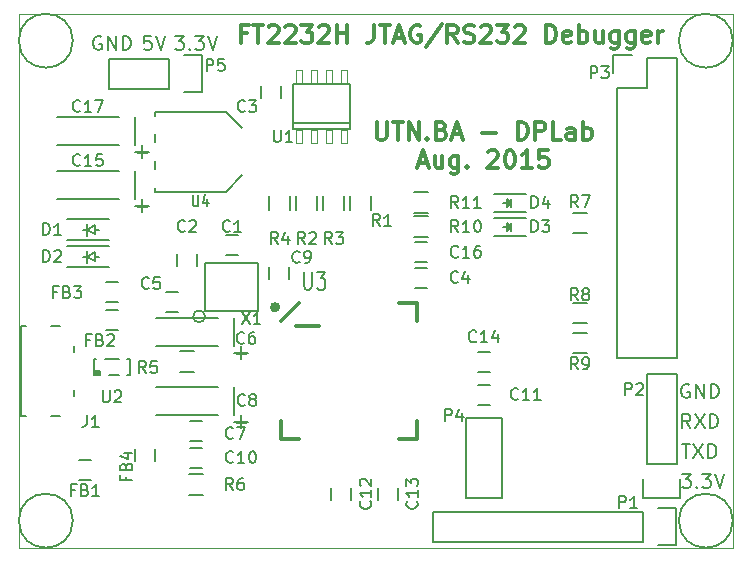
<source format=gbr>
G04 #@! TF.FileFunction,Legend,Top*
%FSLAX46Y46*%
G04 Gerber Fmt 4.6, Leading zero omitted, Abs format (unit mm)*
G04 Created by KiCad (PCBNEW (2015-01-17 BZR 5377)-product) date Fri 28 Aug 2015 03:12:13 PM ART*
%MOMM*%
G01*
G04 APERTURE LIST*
%ADD10C,0.100000*%
%ADD11C,0.200000*%
%ADD12C,0.300000*%
%ADD13C,0.150000*%
%ADD14C,0.177800*%
%ADD15C,0.203200*%
%ADD16C,0.066040*%
%ADD17C,0.152400*%
%ADD18C,0.304800*%
%ADD19C,0.508000*%
G04 APERTURE END LIST*
D10*
D11*
X83921715Y-80426000D02*
X83807429Y-80368857D01*
X83636000Y-80368857D01*
X83464572Y-80426000D01*
X83350286Y-80540286D01*
X83293143Y-80654571D01*
X83236000Y-80883143D01*
X83236000Y-81054571D01*
X83293143Y-81283143D01*
X83350286Y-81397429D01*
X83464572Y-81511714D01*
X83636000Y-81568857D01*
X83750286Y-81568857D01*
X83921715Y-81511714D01*
X83978858Y-81454571D01*
X83978858Y-81054571D01*
X83750286Y-81054571D01*
X84493143Y-81568857D02*
X84493143Y-80368857D01*
X85178858Y-81568857D01*
X85178858Y-80368857D01*
X85750286Y-81568857D02*
X85750286Y-80368857D01*
X86036001Y-80368857D01*
X86207429Y-80426000D01*
X86321715Y-80540286D01*
X86378858Y-80654571D01*
X86436001Y-80883143D01*
X86436001Y-81054571D01*
X86378858Y-81283143D01*
X86321715Y-81397429D01*
X86207429Y-81511714D01*
X86036001Y-81568857D01*
X85750286Y-81568857D01*
X88163429Y-80368857D02*
X87592000Y-80368857D01*
X87534857Y-80940286D01*
X87592000Y-80883143D01*
X87706286Y-80826000D01*
X87992000Y-80826000D01*
X88106286Y-80883143D01*
X88163429Y-80940286D01*
X88220572Y-81054571D01*
X88220572Y-81340286D01*
X88163429Y-81454571D01*
X88106286Y-81511714D01*
X87992000Y-81568857D01*
X87706286Y-81568857D01*
X87592000Y-81511714D01*
X87534857Y-81454571D01*
X88563429Y-80368857D02*
X88963429Y-81568857D01*
X89363429Y-80368857D01*
X90176572Y-80368857D02*
X90919429Y-80368857D01*
X90519429Y-80826000D01*
X90690857Y-80826000D01*
X90805143Y-80883143D01*
X90862286Y-80940286D01*
X90919429Y-81054571D01*
X90919429Y-81340286D01*
X90862286Y-81454571D01*
X90805143Y-81511714D01*
X90690857Y-81568857D01*
X90348000Y-81568857D01*
X90233714Y-81511714D01*
X90176572Y-81454571D01*
X91433714Y-81454571D02*
X91490857Y-81511714D01*
X91433714Y-81568857D01*
X91376571Y-81511714D01*
X91433714Y-81454571D01*
X91433714Y-81568857D01*
X91890858Y-80368857D02*
X92633715Y-80368857D01*
X92233715Y-80826000D01*
X92405143Y-80826000D01*
X92519429Y-80883143D01*
X92576572Y-80940286D01*
X92633715Y-81054571D01*
X92633715Y-81340286D01*
X92576572Y-81454571D01*
X92519429Y-81511714D01*
X92405143Y-81568857D01*
X92062286Y-81568857D01*
X91948000Y-81511714D01*
X91890858Y-81454571D01*
X92976572Y-80368857D02*
X93376572Y-81568857D01*
X93776572Y-80368857D01*
X133820001Y-113572857D02*
X133420001Y-113001429D01*
X133134286Y-113572857D02*
X133134286Y-112372857D01*
X133591429Y-112372857D01*
X133705715Y-112430000D01*
X133762858Y-112487143D01*
X133820001Y-112601429D01*
X133820001Y-112772857D01*
X133762858Y-112887143D01*
X133705715Y-112944286D01*
X133591429Y-113001429D01*
X133134286Y-113001429D01*
X134220001Y-112372857D02*
X135020001Y-113572857D01*
X135020001Y-112372857D02*
X134220001Y-113572857D01*
X135477143Y-113572857D02*
X135477143Y-112372857D01*
X135762858Y-112372857D01*
X135934286Y-112430000D01*
X136048572Y-112544286D01*
X136105715Y-112658571D01*
X136162858Y-112887143D01*
X136162858Y-113058571D01*
X136105715Y-113287143D01*
X136048572Y-113401429D01*
X135934286Y-113515714D01*
X135762858Y-113572857D01*
X135477143Y-113572857D01*
X133105715Y-114912857D02*
X133791429Y-114912857D01*
X133448572Y-116112857D02*
X133448572Y-114912857D01*
X134077144Y-114912857D02*
X134877144Y-116112857D01*
X134877144Y-114912857D02*
X134077144Y-116112857D01*
X135334286Y-116112857D02*
X135334286Y-114912857D01*
X135620001Y-114912857D01*
X135791429Y-114970000D01*
X135905715Y-115084286D01*
X135962858Y-115198571D01*
X136020001Y-115427143D01*
X136020001Y-115598571D01*
X135962858Y-115827143D01*
X135905715Y-115941429D01*
X135791429Y-116055714D01*
X135620001Y-116112857D01*
X135334286Y-116112857D01*
X133102572Y-117452857D02*
X133845429Y-117452857D01*
X133445429Y-117910000D01*
X133616857Y-117910000D01*
X133731143Y-117967143D01*
X133788286Y-118024286D01*
X133845429Y-118138571D01*
X133845429Y-118424286D01*
X133788286Y-118538571D01*
X133731143Y-118595714D01*
X133616857Y-118652857D01*
X133274000Y-118652857D01*
X133159714Y-118595714D01*
X133102572Y-118538571D01*
X134359714Y-118538571D02*
X134416857Y-118595714D01*
X134359714Y-118652857D01*
X134302571Y-118595714D01*
X134359714Y-118538571D01*
X134359714Y-118652857D01*
X134816858Y-117452857D02*
X135559715Y-117452857D01*
X135159715Y-117910000D01*
X135331143Y-117910000D01*
X135445429Y-117967143D01*
X135502572Y-118024286D01*
X135559715Y-118138571D01*
X135559715Y-118424286D01*
X135502572Y-118538571D01*
X135445429Y-118595714D01*
X135331143Y-118652857D01*
X134988286Y-118652857D01*
X134874000Y-118595714D01*
X134816858Y-118538571D01*
X135902572Y-117452857D02*
X136302572Y-118652857D01*
X136702572Y-117452857D01*
X133705715Y-109890000D02*
X133591429Y-109832857D01*
X133420000Y-109832857D01*
X133248572Y-109890000D01*
X133134286Y-110004286D01*
X133077143Y-110118571D01*
X133020000Y-110347143D01*
X133020000Y-110518571D01*
X133077143Y-110747143D01*
X133134286Y-110861429D01*
X133248572Y-110975714D01*
X133420000Y-111032857D01*
X133534286Y-111032857D01*
X133705715Y-110975714D01*
X133762858Y-110918571D01*
X133762858Y-110518571D01*
X133534286Y-110518571D01*
X134277143Y-111032857D02*
X134277143Y-109832857D01*
X134962858Y-111032857D01*
X134962858Y-109832857D01*
X135534286Y-111032857D02*
X135534286Y-109832857D01*
X135820001Y-109832857D01*
X135991429Y-109890000D01*
X136105715Y-110004286D01*
X136162858Y-110118571D01*
X136220001Y-110347143D01*
X136220001Y-110518571D01*
X136162858Y-110747143D01*
X136105715Y-110861429D01*
X135991429Y-110975714D01*
X135820001Y-111032857D01*
X135534286Y-111032857D01*
D12*
X96252288Y-80156857D02*
X95752288Y-80156857D01*
X95752288Y-80942571D02*
X95752288Y-79442571D01*
X96466574Y-79442571D01*
X96823716Y-79442571D02*
X97680859Y-79442571D01*
X97252288Y-80942571D02*
X97252288Y-79442571D01*
X98109430Y-79585429D02*
X98180859Y-79514000D01*
X98323716Y-79442571D01*
X98680859Y-79442571D01*
X98823716Y-79514000D01*
X98895145Y-79585429D01*
X98966573Y-79728286D01*
X98966573Y-79871143D01*
X98895145Y-80085429D01*
X98038002Y-80942571D01*
X98966573Y-80942571D01*
X99538001Y-79585429D02*
X99609430Y-79514000D01*
X99752287Y-79442571D01*
X100109430Y-79442571D01*
X100252287Y-79514000D01*
X100323716Y-79585429D01*
X100395144Y-79728286D01*
X100395144Y-79871143D01*
X100323716Y-80085429D01*
X99466573Y-80942571D01*
X100395144Y-80942571D01*
X100895144Y-79442571D02*
X101823715Y-79442571D01*
X101323715Y-80014000D01*
X101538001Y-80014000D01*
X101680858Y-80085429D01*
X101752287Y-80156857D01*
X101823715Y-80299714D01*
X101823715Y-80656857D01*
X101752287Y-80799714D01*
X101680858Y-80871143D01*
X101538001Y-80942571D01*
X101109429Y-80942571D01*
X100966572Y-80871143D01*
X100895144Y-80799714D01*
X102395143Y-79585429D02*
X102466572Y-79514000D01*
X102609429Y-79442571D01*
X102966572Y-79442571D01*
X103109429Y-79514000D01*
X103180858Y-79585429D01*
X103252286Y-79728286D01*
X103252286Y-79871143D01*
X103180858Y-80085429D01*
X102323715Y-80942571D01*
X103252286Y-80942571D01*
X103895143Y-80942571D02*
X103895143Y-79442571D01*
X103895143Y-80156857D02*
X104752286Y-80156857D01*
X104752286Y-80942571D02*
X104752286Y-79442571D01*
X107038000Y-79442571D02*
X107038000Y-80514000D01*
X106966572Y-80728286D01*
X106823715Y-80871143D01*
X106609429Y-80942571D01*
X106466572Y-80942571D01*
X107538000Y-79442571D02*
X108395143Y-79442571D01*
X107966572Y-80942571D02*
X107966572Y-79442571D01*
X108823714Y-80514000D02*
X109538000Y-80514000D01*
X108680857Y-80942571D02*
X109180857Y-79442571D01*
X109680857Y-80942571D01*
X110966571Y-79514000D02*
X110823714Y-79442571D01*
X110609428Y-79442571D01*
X110395143Y-79514000D01*
X110252285Y-79656857D01*
X110180857Y-79799714D01*
X110109428Y-80085429D01*
X110109428Y-80299714D01*
X110180857Y-80585429D01*
X110252285Y-80728286D01*
X110395143Y-80871143D01*
X110609428Y-80942571D01*
X110752285Y-80942571D01*
X110966571Y-80871143D01*
X111038000Y-80799714D01*
X111038000Y-80299714D01*
X110752285Y-80299714D01*
X112752285Y-79371143D02*
X111466571Y-81299714D01*
X114109429Y-80942571D02*
X113609429Y-80228286D01*
X113252286Y-80942571D02*
X113252286Y-79442571D01*
X113823714Y-79442571D01*
X113966572Y-79514000D01*
X114038000Y-79585429D01*
X114109429Y-79728286D01*
X114109429Y-79942571D01*
X114038000Y-80085429D01*
X113966572Y-80156857D01*
X113823714Y-80228286D01*
X113252286Y-80228286D01*
X114680857Y-80871143D02*
X114895143Y-80942571D01*
X115252286Y-80942571D01*
X115395143Y-80871143D01*
X115466572Y-80799714D01*
X115538000Y-80656857D01*
X115538000Y-80514000D01*
X115466572Y-80371143D01*
X115395143Y-80299714D01*
X115252286Y-80228286D01*
X114966572Y-80156857D01*
X114823714Y-80085429D01*
X114752286Y-80014000D01*
X114680857Y-79871143D01*
X114680857Y-79728286D01*
X114752286Y-79585429D01*
X114823714Y-79514000D01*
X114966572Y-79442571D01*
X115323714Y-79442571D01*
X115538000Y-79514000D01*
X116109428Y-79585429D02*
X116180857Y-79514000D01*
X116323714Y-79442571D01*
X116680857Y-79442571D01*
X116823714Y-79514000D01*
X116895143Y-79585429D01*
X116966571Y-79728286D01*
X116966571Y-79871143D01*
X116895143Y-80085429D01*
X116038000Y-80942571D01*
X116966571Y-80942571D01*
X117466571Y-79442571D02*
X118395142Y-79442571D01*
X117895142Y-80014000D01*
X118109428Y-80014000D01*
X118252285Y-80085429D01*
X118323714Y-80156857D01*
X118395142Y-80299714D01*
X118395142Y-80656857D01*
X118323714Y-80799714D01*
X118252285Y-80871143D01*
X118109428Y-80942571D01*
X117680856Y-80942571D01*
X117537999Y-80871143D01*
X117466571Y-80799714D01*
X118966570Y-79585429D02*
X119037999Y-79514000D01*
X119180856Y-79442571D01*
X119537999Y-79442571D01*
X119680856Y-79514000D01*
X119752285Y-79585429D01*
X119823713Y-79728286D01*
X119823713Y-79871143D01*
X119752285Y-80085429D01*
X118895142Y-80942571D01*
X119823713Y-80942571D01*
X121609427Y-80942571D02*
X121609427Y-79442571D01*
X121966570Y-79442571D01*
X122180855Y-79514000D01*
X122323713Y-79656857D01*
X122395141Y-79799714D01*
X122466570Y-80085429D01*
X122466570Y-80299714D01*
X122395141Y-80585429D01*
X122323713Y-80728286D01*
X122180855Y-80871143D01*
X121966570Y-80942571D01*
X121609427Y-80942571D01*
X123680855Y-80871143D02*
X123537998Y-80942571D01*
X123252284Y-80942571D01*
X123109427Y-80871143D01*
X123037998Y-80728286D01*
X123037998Y-80156857D01*
X123109427Y-80014000D01*
X123252284Y-79942571D01*
X123537998Y-79942571D01*
X123680855Y-80014000D01*
X123752284Y-80156857D01*
X123752284Y-80299714D01*
X123037998Y-80442571D01*
X124395141Y-80942571D02*
X124395141Y-79442571D01*
X124395141Y-80014000D02*
X124537998Y-79942571D01*
X124823712Y-79942571D01*
X124966569Y-80014000D01*
X125037998Y-80085429D01*
X125109427Y-80228286D01*
X125109427Y-80656857D01*
X125037998Y-80799714D01*
X124966569Y-80871143D01*
X124823712Y-80942571D01*
X124537998Y-80942571D01*
X124395141Y-80871143D01*
X126395141Y-79942571D02*
X126395141Y-80942571D01*
X125752284Y-79942571D02*
X125752284Y-80728286D01*
X125823712Y-80871143D01*
X125966570Y-80942571D01*
X126180855Y-80942571D01*
X126323712Y-80871143D01*
X126395141Y-80799714D01*
X127752284Y-79942571D02*
X127752284Y-81156857D01*
X127680855Y-81299714D01*
X127609427Y-81371143D01*
X127466570Y-81442571D01*
X127252284Y-81442571D01*
X127109427Y-81371143D01*
X127752284Y-80871143D02*
X127609427Y-80942571D01*
X127323713Y-80942571D01*
X127180855Y-80871143D01*
X127109427Y-80799714D01*
X127037998Y-80656857D01*
X127037998Y-80228286D01*
X127109427Y-80085429D01*
X127180855Y-80014000D01*
X127323713Y-79942571D01*
X127609427Y-79942571D01*
X127752284Y-80014000D01*
X129109427Y-79942571D02*
X129109427Y-81156857D01*
X129037998Y-81299714D01*
X128966570Y-81371143D01*
X128823713Y-81442571D01*
X128609427Y-81442571D01*
X128466570Y-81371143D01*
X129109427Y-80871143D02*
X128966570Y-80942571D01*
X128680856Y-80942571D01*
X128537998Y-80871143D01*
X128466570Y-80799714D01*
X128395141Y-80656857D01*
X128395141Y-80228286D01*
X128466570Y-80085429D01*
X128537998Y-80014000D01*
X128680856Y-79942571D01*
X128966570Y-79942571D01*
X129109427Y-80014000D01*
X130395141Y-80871143D02*
X130252284Y-80942571D01*
X129966570Y-80942571D01*
X129823713Y-80871143D01*
X129752284Y-80728286D01*
X129752284Y-80156857D01*
X129823713Y-80014000D01*
X129966570Y-79942571D01*
X130252284Y-79942571D01*
X130395141Y-80014000D01*
X130466570Y-80156857D01*
X130466570Y-80299714D01*
X129752284Y-80442571D01*
X131109427Y-80942571D02*
X131109427Y-79942571D01*
X131109427Y-80228286D02*
X131180855Y-80085429D01*
X131252284Y-80014000D01*
X131395141Y-79942571D01*
X131537998Y-79942571D01*
X107260571Y-87640571D02*
X107260571Y-88854857D01*
X107331999Y-88997714D01*
X107403428Y-89069143D01*
X107546285Y-89140571D01*
X107831999Y-89140571D01*
X107974857Y-89069143D01*
X108046285Y-88997714D01*
X108117714Y-88854857D01*
X108117714Y-87640571D01*
X108617714Y-87640571D02*
X109474857Y-87640571D01*
X109046286Y-89140571D02*
X109046286Y-87640571D01*
X109974857Y-89140571D02*
X109974857Y-87640571D01*
X110832000Y-89140571D01*
X110832000Y-87640571D01*
X111546286Y-88997714D02*
X111617714Y-89069143D01*
X111546286Y-89140571D01*
X111474857Y-89069143D01*
X111546286Y-88997714D01*
X111546286Y-89140571D01*
X112760572Y-88354857D02*
X112974858Y-88426286D01*
X113046286Y-88497714D01*
X113117715Y-88640571D01*
X113117715Y-88854857D01*
X113046286Y-88997714D01*
X112974858Y-89069143D01*
X112832000Y-89140571D01*
X112260572Y-89140571D01*
X112260572Y-87640571D01*
X112760572Y-87640571D01*
X112903429Y-87712000D01*
X112974858Y-87783429D01*
X113046286Y-87926286D01*
X113046286Y-88069143D01*
X112974858Y-88212000D01*
X112903429Y-88283429D01*
X112760572Y-88354857D01*
X112260572Y-88354857D01*
X113689143Y-88712000D02*
X114403429Y-88712000D01*
X113546286Y-89140571D02*
X114046286Y-87640571D01*
X114546286Y-89140571D01*
X116189143Y-88569143D02*
X117332000Y-88569143D01*
X119189143Y-89140571D02*
X119189143Y-87640571D01*
X119546286Y-87640571D01*
X119760571Y-87712000D01*
X119903429Y-87854857D01*
X119974857Y-87997714D01*
X120046286Y-88283429D01*
X120046286Y-88497714D01*
X119974857Y-88783429D01*
X119903429Y-88926286D01*
X119760571Y-89069143D01*
X119546286Y-89140571D01*
X119189143Y-89140571D01*
X120689143Y-89140571D02*
X120689143Y-87640571D01*
X121260571Y-87640571D01*
X121403429Y-87712000D01*
X121474857Y-87783429D01*
X121546286Y-87926286D01*
X121546286Y-88140571D01*
X121474857Y-88283429D01*
X121403429Y-88354857D01*
X121260571Y-88426286D01*
X120689143Y-88426286D01*
X122903429Y-89140571D02*
X122189143Y-89140571D01*
X122189143Y-87640571D01*
X124046286Y-89140571D02*
X124046286Y-88354857D01*
X123974857Y-88212000D01*
X123832000Y-88140571D01*
X123546286Y-88140571D01*
X123403429Y-88212000D01*
X124046286Y-89069143D02*
X123903429Y-89140571D01*
X123546286Y-89140571D01*
X123403429Y-89069143D01*
X123332000Y-88926286D01*
X123332000Y-88783429D01*
X123403429Y-88640571D01*
X123546286Y-88569143D01*
X123903429Y-88569143D01*
X124046286Y-88497714D01*
X124760572Y-89140571D02*
X124760572Y-87640571D01*
X124760572Y-88212000D02*
X124903429Y-88140571D01*
X125189143Y-88140571D01*
X125332000Y-88212000D01*
X125403429Y-88283429D01*
X125474858Y-88426286D01*
X125474858Y-88854857D01*
X125403429Y-88997714D01*
X125332000Y-89069143D01*
X125189143Y-89140571D01*
X124903429Y-89140571D01*
X124760572Y-89069143D01*
X110832001Y-91112000D02*
X111546287Y-91112000D01*
X110689144Y-91540571D02*
X111189144Y-90040571D01*
X111689144Y-91540571D01*
X112832001Y-90540571D02*
X112832001Y-91540571D01*
X112189144Y-90540571D02*
X112189144Y-91326286D01*
X112260572Y-91469143D01*
X112403430Y-91540571D01*
X112617715Y-91540571D01*
X112760572Y-91469143D01*
X112832001Y-91397714D01*
X114189144Y-90540571D02*
X114189144Y-91754857D01*
X114117715Y-91897714D01*
X114046287Y-91969143D01*
X113903430Y-92040571D01*
X113689144Y-92040571D01*
X113546287Y-91969143D01*
X114189144Y-91469143D02*
X114046287Y-91540571D01*
X113760573Y-91540571D01*
X113617715Y-91469143D01*
X113546287Y-91397714D01*
X113474858Y-91254857D01*
X113474858Y-90826286D01*
X113546287Y-90683429D01*
X113617715Y-90612000D01*
X113760573Y-90540571D01*
X114046287Y-90540571D01*
X114189144Y-90612000D01*
X114903430Y-91397714D02*
X114974858Y-91469143D01*
X114903430Y-91540571D01*
X114832001Y-91469143D01*
X114903430Y-91397714D01*
X114903430Y-91540571D01*
X116689144Y-90183429D02*
X116760573Y-90112000D01*
X116903430Y-90040571D01*
X117260573Y-90040571D01*
X117403430Y-90112000D01*
X117474859Y-90183429D01*
X117546287Y-90326286D01*
X117546287Y-90469143D01*
X117474859Y-90683429D01*
X116617716Y-91540571D01*
X117546287Y-91540571D01*
X118474858Y-90040571D02*
X118617715Y-90040571D01*
X118760572Y-90112000D01*
X118832001Y-90183429D01*
X118903430Y-90326286D01*
X118974858Y-90612000D01*
X118974858Y-90969143D01*
X118903430Y-91254857D01*
X118832001Y-91397714D01*
X118760572Y-91469143D01*
X118617715Y-91540571D01*
X118474858Y-91540571D01*
X118332001Y-91469143D01*
X118260572Y-91397714D01*
X118189144Y-91254857D01*
X118117715Y-90969143D01*
X118117715Y-90612000D01*
X118189144Y-90326286D01*
X118260572Y-90183429D01*
X118332001Y-90112000D01*
X118474858Y-90040571D01*
X120403429Y-91540571D02*
X119546286Y-91540571D01*
X119974858Y-91540571D02*
X119974858Y-90040571D01*
X119832001Y-90254857D01*
X119689143Y-90397714D01*
X119546286Y-90469143D01*
X121760572Y-90040571D02*
X121046286Y-90040571D01*
X120974857Y-90754857D01*
X121046286Y-90683429D01*
X121189143Y-90612000D01*
X121546286Y-90612000D01*
X121689143Y-90683429D01*
X121760572Y-90754857D01*
X121832000Y-90897714D01*
X121832000Y-91254857D01*
X121760572Y-91397714D01*
X121689143Y-91469143D01*
X121546286Y-91540571D01*
X121189143Y-91540571D01*
X121046286Y-91469143D01*
X120974857Y-91397714D01*
D10*
X137414000Y-78486000D02*
X136906000Y-78486000D01*
X137414000Y-123698000D02*
X137414000Y-78486000D01*
X136906000Y-123698000D02*
X137414000Y-123698000D01*
X76962000Y-78486000D02*
X76962000Y-81534000D01*
X136906000Y-78486000D02*
X76962000Y-78486000D01*
X133350000Y-123698000D02*
X136906000Y-123698000D01*
X76962000Y-81534000D02*
X76962000Y-112014000D01*
X76962000Y-123698000D02*
X133350000Y-123698000D01*
X76962000Y-112014000D02*
X76962000Y-123698000D01*
D13*
X95496000Y-97194000D02*
X94496000Y-97194000D01*
X94496000Y-98894000D02*
X95496000Y-98894000D01*
X92036000Y-99814000D02*
X92036000Y-98814000D01*
X90336000Y-98814000D02*
X90336000Y-99814000D01*
X99148000Y-85590000D02*
X99148000Y-84590000D01*
X97448000Y-84590000D02*
X97448000Y-85590000D01*
X111498000Y-99988000D02*
X110498000Y-99988000D01*
X110498000Y-101688000D02*
X111498000Y-101688000D01*
X89416000Y-103720000D02*
X90416000Y-103720000D01*
X90416000Y-102020000D02*
X89416000Y-102020000D01*
X93786960Y-104211120D02*
X88585040Y-104211120D01*
X88585040Y-106608880D02*
X93786960Y-106608880D01*
X95785940Y-107708700D02*
X95785940Y-106608880D01*
X96385380Y-107208320D02*
X95186500Y-107208320D01*
X95181420Y-106608880D02*
X95181420Y-104211120D01*
X91448000Y-114642000D02*
X92448000Y-114642000D01*
X92448000Y-112942000D02*
X91448000Y-112942000D01*
X93786960Y-110053120D02*
X88585040Y-110053120D01*
X88585040Y-112450880D02*
X93786960Y-112450880D01*
X95785940Y-113550700D02*
X95785940Y-112450880D01*
X96385380Y-113050320D02*
X95186500Y-113050320D01*
X95181420Y-112450880D02*
X95181420Y-110053120D01*
X98146500Y-99957000D02*
X98146500Y-100957000D01*
X99846500Y-100957000D02*
X99846500Y-99957000D01*
X91448000Y-116928000D02*
X92448000Y-116928000D01*
X92448000Y-115228000D02*
X91448000Y-115228000D01*
X116832000Y-109894000D02*
X115832000Y-109894000D01*
X115832000Y-111594000D02*
X116832000Y-111594000D01*
X105117000Y-119626000D02*
X105117000Y-118626000D01*
X103417000Y-118626000D02*
X103417000Y-119626000D01*
X109054000Y-119626000D02*
X109054000Y-118626000D01*
X107354000Y-118626000D02*
X107354000Y-119626000D01*
X116832000Y-107100000D02*
X115832000Y-107100000D01*
X115832000Y-108800000D02*
X116832000Y-108800000D01*
X85404960Y-91765120D02*
X80203040Y-91765120D01*
X80203040Y-94162880D02*
X85404960Y-94162880D01*
X87403940Y-95262700D02*
X87403940Y-94162880D01*
X88003380Y-94762320D02*
X86804500Y-94762320D01*
X86799420Y-94162880D02*
X86799420Y-91765120D01*
X111498000Y-97829000D02*
X110498000Y-97829000D01*
X110498000Y-99529000D02*
X111498000Y-99529000D01*
X85404960Y-87193120D02*
X80203040Y-87193120D01*
X80203040Y-89590880D02*
X85404960Y-89590880D01*
X87403940Y-90690700D02*
X87403940Y-89590880D01*
X88003380Y-90190320D02*
X86804500Y-90190320D01*
X86799420Y-89590880D02*
X86799420Y-87193120D01*
X83375500Y-96774000D02*
X83756500Y-96774000D01*
X82359500Y-96774000D02*
X82740500Y-96774000D01*
X82740500Y-96774000D02*
X83375500Y-96393000D01*
X83375500Y-96393000D02*
X83375500Y-97155000D01*
X83375500Y-97155000D02*
X82740500Y-96774000D01*
X82740500Y-96266000D02*
X82740500Y-97282000D01*
X81058000Y-97674000D02*
X84598000Y-97674000D01*
X81058000Y-95874000D02*
X84598000Y-95874000D01*
X83375500Y-99060000D02*
X83756500Y-99060000D01*
X82359500Y-99060000D02*
X82740500Y-99060000D01*
X82740500Y-99060000D02*
X83375500Y-98679000D01*
X83375500Y-98679000D02*
X83375500Y-99441000D01*
X83375500Y-99441000D02*
X82740500Y-99060000D01*
X82740500Y-98552000D02*
X82740500Y-99568000D01*
X81058000Y-99960000D02*
X84598000Y-99960000D01*
X81058000Y-98160000D02*
X84598000Y-98160000D01*
X119900500Y-95770000D02*
X117200500Y-95770000D01*
X119900500Y-97270000D02*
X117200500Y-97270000D01*
X118400500Y-96370000D02*
X118400500Y-96620000D01*
X118400500Y-96620000D02*
X118550500Y-96470000D01*
X118650500Y-96870000D02*
X118650500Y-96170000D01*
X118300500Y-96520000D02*
X117950500Y-96520000D01*
X118650500Y-96520000D02*
X118300500Y-96870000D01*
X118300500Y-96870000D02*
X118300500Y-96170000D01*
X118300500Y-96170000D02*
X118650500Y-96520000D01*
X119900500Y-93738000D02*
X117200500Y-93738000D01*
X119900500Y-95238000D02*
X117200500Y-95238000D01*
X118400500Y-94338000D02*
X118400500Y-94588000D01*
X118400500Y-94588000D02*
X118550500Y-94438000D01*
X118650500Y-94838000D02*
X118650500Y-94138000D01*
X118300500Y-94488000D02*
X117950500Y-94488000D01*
X118650500Y-94488000D02*
X118300500Y-94838000D01*
X118300500Y-94838000D02*
X118300500Y-94138000D01*
X118300500Y-94138000D02*
X118650500Y-94488000D01*
X83050000Y-116244000D02*
X82050000Y-116244000D01*
X82050000Y-117944000D02*
X83050000Y-117944000D01*
X84336000Y-105244000D02*
X85336000Y-105244000D01*
X85336000Y-103544000D02*
X84336000Y-103544000D01*
X84336000Y-102894500D02*
X85336000Y-102894500D01*
X85336000Y-101194500D02*
X84336000Y-101194500D01*
X88480000Y-116324000D02*
X88480000Y-115324000D01*
X86780000Y-115324000D02*
X86780000Y-116324000D01*
D14*
X81678780Y-110812580D02*
X81678780Y-110312200D01*
X81678780Y-106611420D02*
X81678780Y-107111800D01*
X79679800Y-104912160D02*
X80479900Y-104912160D01*
X79679800Y-112511840D02*
X80479900Y-112511840D01*
X77180440Y-104912160D02*
X77180440Y-112511840D01*
X77180440Y-112511840D02*
X77579220Y-112511840D01*
X77180440Y-104912160D02*
X77579220Y-104912160D01*
D13*
X129794000Y-123190000D02*
X112014000Y-123190000D01*
X112014000Y-123190000D02*
X112014000Y-120650000D01*
X112014000Y-120650000D02*
X129794000Y-120650000D01*
X132614000Y-123470000D02*
X131064000Y-123470000D01*
X129794000Y-123190000D02*
X129794000Y-120650000D01*
X131064000Y-120370000D02*
X132614000Y-120370000D01*
X132614000Y-120370000D02*
X132614000Y-123470000D01*
X132651500Y-116649500D02*
X132651500Y-109029500D01*
X130111500Y-116649500D02*
X130111500Y-109029500D01*
X129831500Y-119469500D02*
X129831500Y-117919500D01*
X132651500Y-109029500D02*
X130111500Y-109029500D01*
X130111500Y-116649500D02*
X132651500Y-116649500D01*
X132931500Y-117919500D02*
X132931500Y-119469500D01*
X132931500Y-119469500D02*
X129831500Y-119469500D01*
X132651500Y-107632500D02*
X132651500Y-82232500D01*
X127571500Y-84772500D02*
X127571500Y-107632500D01*
X132651500Y-107632500D02*
X127571500Y-107632500D01*
X132651500Y-82232500D02*
X130111500Y-82232500D01*
X128841500Y-81952500D02*
X127291500Y-81952500D01*
X130111500Y-82232500D02*
X130111500Y-84772500D01*
X130111500Y-84772500D02*
X127571500Y-84772500D01*
X127291500Y-81952500D02*
X127291500Y-83502500D01*
D15*
X117856000Y-119456200D02*
X117856000Y-112699800D01*
X117856000Y-112699800D02*
X114808000Y-112699800D01*
X114808000Y-112699800D02*
X114808000Y-119456200D01*
X114808000Y-119456200D02*
X117856000Y-119456200D01*
D13*
X89662000Y-82296000D02*
X84582000Y-82296000D01*
X84582000Y-82296000D02*
X84582000Y-84836000D01*
X84582000Y-84836000D02*
X89662000Y-84836000D01*
X92482000Y-85116000D02*
X90932000Y-85116000D01*
X89662000Y-84836000D02*
X89662000Y-82296000D01*
X90932000Y-82016000D02*
X92482000Y-82016000D01*
X92482000Y-82016000D02*
X92482000Y-85116000D01*
X106793000Y-93888000D02*
X106793000Y-95088000D01*
X105043000Y-95088000D02*
X105043000Y-93888000D01*
X102221000Y-93888000D02*
X102221000Y-95088000D01*
X100471000Y-95088000D02*
X100471000Y-93888000D01*
X102757000Y-95088000D02*
X102757000Y-93888000D01*
X104507000Y-93888000D02*
X104507000Y-95088000D01*
X99935000Y-93888000D02*
X99935000Y-95088000D01*
X98185000Y-95088000D02*
X98185000Y-93888000D01*
X91786000Y-108825000D02*
X90586000Y-108825000D01*
X90586000Y-107075000D02*
X91786000Y-107075000D01*
X92548000Y-119239000D02*
X91348000Y-119239000D01*
X91348000Y-117489000D02*
X92548000Y-117489000D01*
X125060000Y-97077500D02*
X123860000Y-97077500D01*
X123860000Y-95327500D02*
X125060000Y-95327500D01*
X125060000Y-104697500D02*
X123860000Y-104697500D01*
X123860000Y-102947500D02*
X125060000Y-102947500D01*
X125060000Y-107237500D02*
X123860000Y-107237500D01*
X123860000Y-105487500D02*
X125060000Y-105487500D01*
X111598000Y-97395000D02*
X110398000Y-97395000D01*
X110398000Y-95645000D02*
X111598000Y-95645000D01*
X111598000Y-95363000D02*
X110398000Y-95363000D01*
X110398000Y-93613000D02*
X111598000Y-93613000D01*
D16*
X100467160Y-89458800D02*
X100957380Y-89458800D01*
X100957380Y-89458800D02*
X100957380Y-88358980D01*
X100467160Y-88358980D02*
X100957380Y-88358980D01*
X100467160Y-89458800D02*
X100467160Y-88358980D01*
X101737160Y-89458800D02*
X102227380Y-89458800D01*
X102227380Y-89458800D02*
X102227380Y-88358980D01*
X101737160Y-88358980D02*
X102227380Y-88358980D01*
X101737160Y-89458800D02*
X101737160Y-88358980D01*
X103004620Y-89458800D02*
X103494840Y-89458800D01*
X103494840Y-89458800D02*
X103494840Y-88358980D01*
X103004620Y-88358980D02*
X103494840Y-88358980D01*
X103004620Y-89458800D02*
X103004620Y-88358980D01*
X104274620Y-89458800D02*
X104764840Y-89458800D01*
X104764840Y-89458800D02*
X104764840Y-88358980D01*
X104274620Y-88358980D02*
X104764840Y-88358980D01*
X104274620Y-89458800D02*
X104274620Y-88358980D01*
X104274620Y-84361020D02*
X104764840Y-84361020D01*
X104764840Y-84361020D02*
X104764840Y-83261200D01*
X104274620Y-83261200D02*
X104764840Y-83261200D01*
X104274620Y-84361020D02*
X104274620Y-83261200D01*
X103004620Y-84361020D02*
X103494840Y-84361020D01*
X103494840Y-84361020D02*
X103494840Y-83261200D01*
X103004620Y-83261200D02*
X103494840Y-83261200D01*
X103004620Y-84361020D02*
X103004620Y-83261200D01*
X101737160Y-84361020D02*
X102227380Y-84361020D01*
X102227380Y-84361020D02*
X102227380Y-83261200D01*
X101737160Y-83261200D02*
X102227380Y-83261200D01*
X101737160Y-84361020D02*
X101737160Y-83261200D01*
X100467160Y-84361020D02*
X100957380Y-84361020D01*
X100957380Y-84361020D02*
X100957380Y-83261200D01*
X100467160Y-83261200D02*
X100957380Y-83261200D01*
X100467160Y-84361020D02*
X100467160Y-83261200D01*
D15*
X105013760Y-84460080D02*
X105013760Y-87759540D01*
X105013760Y-87759540D02*
X105013760Y-88259920D01*
X105013760Y-88259920D02*
X100218240Y-88259920D01*
X100218240Y-88259920D02*
X100218240Y-87759540D01*
X100218240Y-87759540D02*
X100218240Y-84460080D01*
X100218240Y-84460080D02*
X105013760Y-84460080D01*
X105013760Y-87759540D02*
X100218240Y-87759540D01*
D17*
X83736180Y-108694220D02*
X83835240Y-108694220D01*
X83835240Y-108694220D02*
X83835240Y-109095540D01*
X83835240Y-109095540D02*
X83736180Y-109095540D01*
X83736180Y-108793280D02*
X83334860Y-108793280D01*
X83334860Y-108894880D02*
X83736180Y-108894880D01*
X83736180Y-108993940D02*
X83334860Y-108993940D01*
X83334860Y-108694220D02*
X83736180Y-108694220D01*
X83736180Y-108694220D02*
X83736180Y-109095540D01*
X83736180Y-109095540D02*
X83535520Y-109095540D01*
X86136480Y-107693460D02*
X86337140Y-107693460D01*
X86337140Y-107693460D02*
X86337140Y-109095540D01*
X86337140Y-109095540D02*
X86136480Y-109095540D01*
X84635340Y-109095540D02*
X85435440Y-109095540D01*
X84236560Y-107693460D02*
X85435440Y-107693460D01*
X83334860Y-107693460D02*
X83535520Y-107693460D01*
X83334860Y-107693460D02*
X83334860Y-109095540D01*
X83334860Y-109095540D02*
X83535520Y-109095540D01*
D18*
X100655120Y-102966520D02*
X99156520Y-104465120D01*
X100655120Y-114462560D02*
X99156520Y-114462560D01*
X99156520Y-114462560D02*
X99156520Y-112963960D01*
X109153960Y-114462560D02*
X110652560Y-114462560D01*
X110652560Y-114462560D02*
X110652560Y-112963960D01*
X109153960Y-102966520D02*
X110652560Y-102966520D01*
X110652560Y-102966520D02*
X110652560Y-104465120D01*
X100406200Y-104965500D02*
X102405180Y-104965500D01*
D19*
X98844100Y-103339900D02*
G75*
G03X98844100Y-103339900I-187960J0D01*
G01*
D15*
X88501220Y-86768940D02*
X88501220Y-87119460D01*
X94503240Y-86768940D02*
X88501220Y-86768940D01*
X88501220Y-89369900D02*
X88501220Y-88668860D01*
X88501220Y-91671140D02*
X88501220Y-90970100D01*
X88501220Y-93571060D02*
X88501220Y-93268800D01*
X94503240Y-93571060D02*
X88501220Y-93571060D01*
X94503240Y-86768940D02*
X95902780Y-88171020D01*
X94503240Y-93571060D02*
X95902780Y-92168980D01*
D13*
X92726000Y-104116000D02*
G75*
G03X92726000Y-104116000I-500000J0D01*
G01*
X92726000Y-99616000D02*
X92726000Y-103616000D01*
X92726000Y-103616000D02*
X97226000Y-103616000D01*
X97226000Y-103616000D02*
X97226000Y-99616000D01*
X97226000Y-99616000D02*
X92726000Y-99616000D01*
X81534000Y-121412000D02*
G75*
G03X81534000Y-121412000I-2286000J0D01*
G01*
X137414000Y-80772000D02*
G75*
G03X137414000Y-80772000I-2286000J0D01*
G01*
X81534000Y-80772000D02*
G75*
G03X81534000Y-80772000I-2286000J0D01*
G01*
X137414000Y-121412000D02*
G75*
G03X137414000Y-121412000I-2286000J0D01*
G01*
X94829334Y-96877143D02*
X94781715Y-96924762D01*
X94638858Y-96972381D01*
X94543620Y-96972381D01*
X94400762Y-96924762D01*
X94305524Y-96829524D01*
X94257905Y-96734286D01*
X94210286Y-96543810D01*
X94210286Y-96400952D01*
X94257905Y-96210476D01*
X94305524Y-96115238D01*
X94400762Y-96020000D01*
X94543620Y-95972381D01*
X94638858Y-95972381D01*
X94781715Y-96020000D01*
X94829334Y-96067619D01*
X95781715Y-96972381D02*
X95210286Y-96972381D01*
X95496000Y-96972381D02*
X95496000Y-95972381D01*
X95400762Y-96115238D01*
X95305524Y-96210476D01*
X95210286Y-96258095D01*
X91019334Y-96877143D02*
X90971715Y-96924762D01*
X90828858Y-96972381D01*
X90733620Y-96972381D01*
X90590762Y-96924762D01*
X90495524Y-96829524D01*
X90447905Y-96734286D01*
X90400286Y-96543810D01*
X90400286Y-96400952D01*
X90447905Y-96210476D01*
X90495524Y-96115238D01*
X90590762Y-96020000D01*
X90733620Y-95972381D01*
X90828858Y-95972381D01*
X90971715Y-96020000D01*
X91019334Y-96067619D01*
X91400286Y-96067619D02*
X91447905Y-96020000D01*
X91543143Y-95972381D01*
X91781239Y-95972381D01*
X91876477Y-96020000D01*
X91924096Y-96067619D01*
X91971715Y-96162857D01*
X91971715Y-96258095D01*
X91924096Y-96400952D01*
X91352667Y-96972381D01*
X91971715Y-96972381D01*
X96099334Y-86717143D02*
X96051715Y-86764762D01*
X95908858Y-86812381D01*
X95813620Y-86812381D01*
X95670762Y-86764762D01*
X95575524Y-86669524D01*
X95527905Y-86574286D01*
X95480286Y-86383810D01*
X95480286Y-86240952D01*
X95527905Y-86050476D01*
X95575524Y-85955238D01*
X95670762Y-85860000D01*
X95813620Y-85812381D01*
X95908858Y-85812381D01*
X96051715Y-85860000D01*
X96099334Y-85907619D01*
X96432667Y-85812381D02*
X97051715Y-85812381D01*
X96718381Y-86193333D01*
X96861239Y-86193333D01*
X96956477Y-86240952D01*
X97004096Y-86288571D01*
X97051715Y-86383810D01*
X97051715Y-86621905D01*
X97004096Y-86717143D01*
X96956477Y-86764762D01*
X96861239Y-86812381D01*
X96575524Y-86812381D01*
X96480286Y-86764762D01*
X96432667Y-86717143D01*
X114133334Y-101195143D02*
X114085715Y-101242762D01*
X113942858Y-101290381D01*
X113847620Y-101290381D01*
X113704762Y-101242762D01*
X113609524Y-101147524D01*
X113561905Y-101052286D01*
X113514286Y-100861810D01*
X113514286Y-100718952D01*
X113561905Y-100528476D01*
X113609524Y-100433238D01*
X113704762Y-100338000D01*
X113847620Y-100290381D01*
X113942858Y-100290381D01*
X114085715Y-100338000D01*
X114133334Y-100385619D01*
X114990477Y-100623714D02*
X114990477Y-101290381D01*
X114752381Y-100242762D02*
X114514286Y-100957048D01*
X115133334Y-100957048D01*
X87971334Y-101703143D02*
X87923715Y-101750762D01*
X87780858Y-101798381D01*
X87685620Y-101798381D01*
X87542762Y-101750762D01*
X87447524Y-101655524D01*
X87399905Y-101560286D01*
X87352286Y-101369810D01*
X87352286Y-101226952D01*
X87399905Y-101036476D01*
X87447524Y-100941238D01*
X87542762Y-100846000D01*
X87685620Y-100798381D01*
X87780858Y-100798381D01*
X87923715Y-100846000D01*
X87971334Y-100893619D01*
X88876096Y-100798381D02*
X88399905Y-100798381D01*
X88352286Y-101274571D01*
X88399905Y-101226952D01*
X88495143Y-101179333D01*
X88733239Y-101179333D01*
X88828477Y-101226952D01*
X88876096Y-101274571D01*
X88923715Y-101369810D01*
X88923715Y-101607905D01*
X88876096Y-101703143D01*
X88828477Y-101750762D01*
X88733239Y-101798381D01*
X88495143Y-101798381D01*
X88399905Y-101750762D01*
X88352286Y-101703143D01*
X96035834Y-106338643D02*
X95988215Y-106386262D01*
X95845358Y-106433881D01*
X95750120Y-106433881D01*
X95607262Y-106386262D01*
X95512024Y-106291024D01*
X95464405Y-106195786D01*
X95416786Y-106005310D01*
X95416786Y-105862452D01*
X95464405Y-105671976D01*
X95512024Y-105576738D01*
X95607262Y-105481500D01*
X95750120Y-105433881D01*
X95845358Y-105433881D01*
X95988215Y-105481500D01*
X96035834Y-105529119D01*
X96892977Y-105433881D02*
X96702500Y-105433881D01*
X96607262Y-105481500D01*
X96559643Y-105529119D01*
X96464405Y-105671976D01*
X96416786Y-105862452D01*
X96416786Y-106243405D01*
X96464405Y-106338643D01*
X96512024Y-106386262D01*
X96607262Y-106433881D01*
X96797739Y-106433881D01*
X96892977Y-106386262D01*
X96940596Y-106338643D01*
X96988215Y-106243405D01*
X96988215Y-106005310D01*
X96940596Y-105910071D01*
X96892977Y-105862452D01*
X96797739Y-105814833D01*
X96607262Y-105814833D01*
X96512024Y-105862452D01*
X96464405Y-105910071D01*
X96416786Y-106005310D01*
X95404988Y-107282289D02*
X96166893Y-107282289D01*
X95785941Y-107663241D02*
X95785941Y-106901336D01*
X95083334Y-114403143D02*
X95035715Y-114450762D01*
X94892858Y-114498381D01*
X94797620Y-114498381D01*
X94654762Y-114450762D01*
X94559524Y-114355524D01*
X94511905Y-114260286D01*
X94464286Y-114069810D01*
X94464286Y-113926952D01*
X94511905Y-113736476D01*
X94559524Y-113641238D01*
X94654762Y-113546000D01*
X94797620Y-113498381D01*
X94892858Y-113498381D01*
X95035715Y-113546000D01*
X95083334Y-113593619D01*
X95416667Y-113498381D02*
X96083334Y-113498381D01*
X95654762Y-114498381D01*
X96099334Y-111609143D02*
X96051715Y-111656762D01*
X95908858Y-111704381D01*
X95813620Y-111704381D01*
X95670762Y-111656762D01*
X95575524Y-111561524D01*
X95527905Y-111466286D01*
X95480286Y-111275810D01*
X95480286Y-111132952D01*
X95527905Y-110942476D01*
X95575524Y-110847238D01*
X95670762Y-110752000D01*
X95813620Y-110704381D01*
X95908858Y-110704381D01*
X96051715Y-110752000D01*
X96099334Y-110799619D01*
X96670762Y-111132952D02*
X96575524Y-111085333D01*
X96527905Y-111037714D01*
X96480286Y-110942476D01*
X96480286Y-110894857D01*
X96527905Y-110799619D01*
X96575524Y-110752000D01*
X96670762Y-110704381D01*
X96861239Y-110704381D01*
X96956477Y-110752000D01*
X97004096Y-110799619D01*
X97051715Y-110894857D01*
X97051715Y-110942476D01*
X97004096Y-111037714D01*
X96956477Y-111085333D01*
X96861239Y-111132952D01*
X96670762Y-111132952D01*
X96575524Y-111180571D01*
X96527905Y-111228190D01*
X96480286Y-111323429D01*
X96480286Y-111513905D01*
X96527905Y-111609143D01*
X96575524Y-111656762D01*
X96670762Y-111704381D01*
X96861239Y-111704381D01*
X96956477Y-111656762D01*
X97004096Y-111609143D01*
X97051715Y-111513905D01*
X97051715Y-111323429D01*
X97004096Y-111228190D01*
X96956477Y-111180571D01*
X96861239Y-111132952D01*
X95404988Y-113124289D02*
X96166893Y-113124289D01*
X95785941Y-113505241D02*
X95785941Y-112743336D01*
X100734834Y-99480643D02*
X100687215Y-99528262D01*
X100544358Y-99575881D01*
X100449120Y-99575881D01*
X100306262Y-99528262D01*
X100211024Y-99433024D01*
X100163405Y-99337786D01*
X100115786Y-99147310D01*
X100115786Y-99004452D01*
X100163405Y-98813976D01*
X100211024Y-98718738D01*
X100306262Y-98623500D01*
X100449120Y-98575881D01*
X100544358Y-98575881D01*
X100687215Y-98623500D01*
X100734834Y-98671119D01*
X101211024Y-99575881D02*
X101401500Y-99575881D01*
X101496739Y-99528262D01*
X101544358Y-99480643D01*
X101639596Y-99337786D01*
X101687215Y-99147310D01*
X101687215Y-98766357D01*
X101639596Y-98671119D01*
X101591977Y-98623500D01*
X101496739Y-98575881D01*
X101306262Y-98575881D01*
X101211024Y-98623500D01*
X101163405Y-98671119D01*
X101115786Y-98766357D01*
X101115786Y-99004452D01*
X101163405Y-99099690D01*
X101211024Y-99147310D01*
X101306262Y-99194929D01*
X101496739Y-99194929D01*
X101591977Y-99147310D01*
X101639596Y-99099690D01*
X101687215Y-99004452D01*
X95115143Y-116435143D02*
X95067524Y-116482762D01*
X94924667Y-116530381D01*
X94829429Y-116530381D01*
X94686571Y-116482762D01*
X94591333Y-116387524D01*
X94543714Y-116292286D01*
X94496095Y-116101810D01*
X94496095Y-115958952D01*
X94543714Y-115768476D01*
X94591333Y-115673238D01*
X94686571Y-115578000D01*
X94829429Y-115530381D01*
X94924667Y-115530381D01*
X95067524Y-115578000D01*
X95115143Y-115625619D01*
X96067524Y-116530381D02*
X95496095Y-116530381D01*
X95781809Y-116530381D02*
X95781809Y-115530381D01*
X95686571Y-115673238D01*
X95591333Y-115768476D01*
X95496095Y-115816095D01*
X96686571Y-115530381D02*
X96781810Y-115530381D01*
X96877048Y-115578000D01*
X96924667Y-115625619D01*
X96972286Y-115720857D01*
X97019905Y-115911333D01*
X97019905Y-116149429D01*
X96972286Y-116339905D01*
X96924667Y-116435143D01*
X96877048Y-116482762D01*
X96781810Y-116530381D01*
X96686571Y-116530381D01*
X96591333Y-116482762D01*
X96543714Y-116435143D01*
X96496095Y-116339905D01*
X96448476Y-116149429D01*
X96448476Y-115911333D01*
X96496095Y-115720857D01*
X96543714Y-115625619D01*
X96591333Y-115578000D01*
X96686571Y-115530381D01*
X119245143Y-111101143D02*
X119197524Y-111148762D01*
X119054667Y-111196381D01*
X118959429Y-111196381D01*
X118816571Y-111148762D01*
X118721333Y-111053524D01*
X118673714Y-110958286D01*
X118626095Y-110767810D01*
X118626095Y-110624952D01*
X118673714Y-110434476D01*
X118721333Y-110339238D01*
X118816571Y-110244000D01*
X118959429Y-110196381D01*
X119054667Y-110196381D01*
X119197524Y-110244000D01*
X119245143Y-110291619D01*
X120197524Y-111196381D02*
X119626095Y-111196381D01*
X119911809Y-111196381D02*
X119911809Y-110196381D01*
X119816571Y-110339238D01*
X119721333Y-110434476D01*
X119626095Y-110482095D01*
X121149905Y-111196381D02*
X120578476Y-111196381D01*
X120864190Y-111196381D02*
X120864190Y-110196381D01*
X120768952Y-110339238D01*
X120673714Y-110434476D01*
X120578476Y-110482095D01*
X106724143Y-119768857D02*
X106771762Y-119816476D01*
X106819381Y-119959333D01*
X106819381Y-120054571D01*
X106771762Y-120197429D01*
X106676524Y-120292667D01*
X106581286Y-120340286D01*
X106390810Y-120387905D01*
X106247952Y-120387905D01*
X106057476Y-120340286D01*
X105962238Y-120292667D01*
X105867000Y-120197429D01*
X105819381Y-120054571D01*
X105819381Y-119959333D01*
X105867000Y-119816476D01*
X105914619Y-119768857D01*
X106819381Y-118816476D02*
X106819381Y-119387905D01*
X106819381Y-119102191D02*
X105819381Y-119102191D01*
X105962238Y-119197429D01*
X106057476Y-119292667D01*
X106105095Y-119387905D01*
X105914619Y-118435524D02*
X105867000Y-118387905D01*
X105819381Y-118292667D01*
X105819381Y-118054571D01*
X105867000Y-117959333D01*
X105914619Y-117911714D01*
X106009857Y-117864095D01*
X106105095Y-117864095D01*
X106247952Y-117911714D01*
X106819381Y-118483143D01*
X106819381Y-117864095D01*
X110661143Y-119768857D02*
X110708762Y-119816476D01*
X110756381Y-119959333D01*
X110756381Y-120054571D01*
X110708762Y-120197429D01*
X110613524Y-120292667D01*
X110518286Y-120340286D01*
X110327810Y-120387905D01*
X110184952Y-120387905D01*
X109994476Y-120340286D01*
X109899238Y-120292667D01*
X109804000Y-120197429D01*
X109756381Y-120054571D01*
X109756381Y-119959333D01*
X109804000Y-119816476D01*
X109851619Y-119768857D01*
X110756381Y-118816476D02*
X110756381Y-119387905D01*
X110756381Y-119102191D02*
X109756381Y-119102191D01*
X109899238Y-119197429D01*
X109994476Y-119292667D01*
X110042095Y-119387905D01*
X109756381Y-118483143D02*
X109756381Y-117864095D01*
X110137333Y-118197429D01*
X110137333Y-118054571D01*
X110184952Y-117959333D01*
X110232571Y-117911714D01*
X110327810Y-117864095D01*
X110565905Y-117864095D01*
X110661143Y-117911714D01*
X110708762Y-117959333D01*
X110756381Y-118054571D01*
X110756381Y-118340286D01*
X110708762Y-118435524D01*
X110661143Y-118483143D01*
X115689143Y-106207143D02*
X115641524Y-106254762D01*
X115498667Y-106302381D01*
X115403429Y-106302381D01*
X115260571Y-106254762D01*
X115165333Y-106159524D01*
X115117714Y-106064286D01*
X115070095Y-105873810D01*
X115070095Y-105730952D01*
X115117714Y-105540476D01*
X115165333Y-105445238D01*
X115260571Y-105350000D01*
X115403429Y-105302381D01*
X115498667Y-105302381D01*
X115641524Y-105350000D01*
X115689143Y-105397619D01*
X116641524Y-106302381D02*
X116070095Y-106302381D01*
X116355809Y-106302381D02*
X116355809Y-105302381D01*
X116260571Y-105445238D01*
X116165333Y-105540476D01*
X116070095Y-105588095D01*
X117498667Y-105635714D02*
X117498667Y-106302381D01*
X117260571Y-105254762D02*
X117022476Y-105969048D01*
X117641524Y-105969048D01*
X82161143Y-91289143D02*
X82113524Y-91336762D01*
X81970667Y-91384381D01*
X81875429Y-91384381D01*
X81732571Y-91336762D01*
X81637333Y-91241524D01*
X81589714Y-91146286D01*
X81542095Y-90955810D01*
X81542095Y-90812952D01*
X81589714Y-90622476D01*
X81637333Y-90527238D01*
X81732571Y-90432000D01*
X81875429Y-90384381D01*
X81970667Y-90384381D01*
X82113524Y-90432000D01*
X82161143Y-90479619D01*
X83113524Y-91384381D02*
X82542095Y-91384381D01*
X82827809Y-91384381D02*
X82827809Y-90384381D01*
X82732571Y-90527238D01*
X82637333Y-90622476D01*
X82542095Y-90670095D01*
X84018286Y-90384381D02*
X83542095Y-90384381D01*
X83494476Y-90860571D01*
X83542095Y-90812952D01*
X83637333Y-90765333D01*
X83875429Y-90765333D01*
X83970667Y-90812952D01*
X84018286Y-90860571D01*
X84065905Y-90955810D01*
X84065905Y-91193905D01*
X84018286Y-91289143D01*
X83970667Y-91336762D01*
X83875429Y-91384381D01*
X83637333Y-91384381D01*
X83542095Y-91336762D01*
X83494476Y-91289143D01*
X87022988Y-94836289D02*
X87784893Y-94836289D01*
X87403941Y-95217241D02*
X87403941Y-94455336D01*
X114165143Y-99036143D02*
X114117524Y-99083762D01*
X113974667Y-99131381D01*
X113879429Y-99131381D01*
X113736571Y-99083762D01*
X113641333Y-98988524D01*
X113593714Y-98893286D01*
X113546095Y-98702810D01*
X113546095Y-98559952D01*
X113593714Y-98369476D01*
X113641333Y-98274238D01*
X113736571Y-98179000D01*
X113879429Y-98131381D01*
X113974667Y-98131381D01*
X114117524Y-98179000D01*
X114165143Y-98226619D01*
X115117524Y-99131381D02*
X114546095Y-99131381D01*
X114831809Y-99131381D02*
X114831809Y-98131381D01*
X114736571Y-98274238D01*
X114641333Y-98369476D01*
X114546095Y-98417095D01*
X115974667Y-98131381D02*
X115784190Y-98131381D01*
X115688952Y-98179000D01*
X115641333Y-98226619D01*
X115546095Y-98369476D01*
X115498476Y-98559952D01*
X115498476Y-98940905D01*
X115546095Y-99036143D01*
X115593714Y-99083762D01*
X115688952Y-99131381D01*
X115879429Y-99131381D01*
X115974667Y-99083762D01*
X116022286Y-99036143D01*
X116069905Y-98940905D01*
X116069905Y-98702810D01*
X116022286Y-98607571D01*
X115974667Y-98559952D01*
X115879429Y-98512333D01*
X115688952Y-98512333D01*
X115593714Y-98559952D01*
X115546095Y-98607571D01*
X115498476Y-98702810D01*
X82161143Y-86717143D02*
X82113524Y-86764762D01*
X81970667Y-86812381D01*
X81875429Y-86812381D01*
X81732571Y-86764762D01*
X81637333Y-86669524D01*
X81589714Y-86574286D01*
X81542095Y-86383810D01*
X81542095Y-86240952D01*
X81589714Y-86050476D01*
X81637333Y-85955238D01*
X81732571Y-85860000D01*
X81875429Y-85812381D01*
X81970667Y-85812381D01*
X82113524Y-85860000D01*
X82161143Y-85907619D01*
X83113524Y-86812381D02*
X82542095Y-86812381D01*
X82827809Y-86812381D02*
X82827809Y-85812381D01*
X82732571Y-85955238D01*
X82637333Y-86050476D01*
X82542095Y-86098095D01*
X83446857Y-85812381D02*
X84113524Y-85812381D01*
X83684952Y-86812381D01*
X87022988Y-90264289D02*
X87784893Y-90264289D01*
X87403941Y-90645241D02*
X87403941Y-89883336D01*
X79017905Y-97226381D02*
X79017905Y-96226381D01*
X79256000Y-96226381D01*
X79398858Y-96274000D01*
X79494096Y-96369238D01*
X79541715Y-96464476D01*
X79589334Y-96654952D01*
X79589334Y-96797810D01*
X79541715Y-96988286D01*
X79494096Y-97083524D01*
X79398858Y-97178762D01*
X79256000Y-97226381D01*
X79017905Y-97226381D01*
X80541715Y-97226381D02*
X79970286Y-97226381D01*
X80256000Y-97226381D02*
X80256000Y-96226381D01*
X80160762Y-96369238D01*
X80065524Y-96464476D01*
X79970286Y-96512095D01*
X79017905Y-99512381D02*
X79017905Y-98512381D01*
X79256000Y-98512381D01*
X79398858Y-98560000D01*
X79494096Y-98655238D01*
X79541715Y-98750476D01*
X79589334Y-98940952D01*
X79589334Y-99083810D01*
X79541715Y-99274286D01*
X79494096Y-99369524D01*
X79398858Y-99464762D01*
X79256000Y-99512381D01*
X79017905Y-99512381D01*
X79970286Y-98607619D02*
X80017905Y-98560000D01*
X80113143Y-98512381D01*
X80351239Y-98512381D01*
X80446477Y-98560000D01*
X80494096Y-98607619D01*
X80541715Y-98702857D01*
X80541715Y-98798095D01*
X80494096Y-98940952D01*
X79922667Y-99512381D01*
X80541715Y-99512381D01*
X120356405Y-96972381D02*
X120356405Y-95972381D01*
X120594500Y-95972381D01*
X120737358Y-96020000D01*
X120832596Y-96115238D01*
X120880215Y-96210476D01*
X120927834Y-96400952D01*
X120927834Y-96543810D01*
X120880215Y-96734286D01*
X120832596Y-96829524D01*
X120737358Y-96924762D01*
X120594500Y-96972381D01*
X120356405Y-96972381D01*
X121261167Y-95972381D02*
X121880215Y-95972381D01*
X121546881Y-96353333D01*
X121689739Y-96353333D01*
X121784977Y-96400952D01*
X121832596Y-96448571D01*
X121880215Y-96543810D01*
X121880215Y-96781905D01*
X121832596Y-96877143D01*
X121784977Y-96924762D01*
X121689739Y-96972381D01*
X121404024Y-96972381D01*
X121308786Y-96924762D01*
X121261167Y-96877143D01*
X120356405Y-94940381D02*
X120356405Y-93940381D01*
X120594500Y-93940381D01*
X120737358Y-93988000D01*
X120832596Y-94083238D01*
X120880215Y-94178476D01*
X120927834Y-94368952D01*
X120927834Y-94511810D01*
X120880215Y-94702286D01*
X120832596Y-94797524D01*
X120737358Y-94892762D01*
X120594500Y-94940381D01*
X120356405Y-94940381D01*
X121784977Y-94273714D02*
X121784977Y-94940381D01*
X121546881Y-93892762D02*
X121308786Y-94607048D01*
X121927834Y-94607048D01*
X81716667Y-118800571D02*
X81383333Y-118800571D01*
X81383333Y-119324381D02*
X81383333Y-118324381D01*
X81859524Y-118324381D01*
X82573810Y-118800571D02*
X82716667Y-118848190D01*
X82764286Y-118895810D01*
X82811905Y-118991048D01*
X82811905Y-119133905D01*
X82764286Y-119229143D01*
X82716667Y-119276762D01*
X82621429Y-119324381D01*
X82240476Y-119324381D01*
X82240476Y-118324381D01*
X82573810Y-118324381D01*
X82669048Y-118372000D01*
X82716667Y-118419619D01*
X82764286Y-118514857D01*
X82764286Y-118610095D01*
X82716667Y-118705333D01*
X82669048Y-118752952D01*
X82573810Y-118800571D01*
X82240476Y-118800571D01*
X83764286Y-119324381D02*
X83192857Y-119324381D01*
X83478571Y-119324381D02*
X83478571Y-118324381D01*
X83383333Y-118467238D01*
X83288095Y-118562476D01*
X83192857Y-118610095D01*
X82986667Y-106100571D02*
X82653333Y-106100571D01*
X82653333Y-106624381D02*
X82653333Y-105624381D01*
X83129524Y-105624381D01*
X83843810Y-106100571D02*
X83986667Y-106148190D01*
X84034286Y-106195810D01*
X84081905Y-106291048D01*
X84081905Y-106433905D01*
X84034286Y-106529143D01*
X83986667Y-106576762D01*
X83891429Y-106624381D01*
X83510476Y-106624381D01*
X83510476Y-105624381D01*
X83843810Y-105624381D01*
X83939048Y-105672000D01*
X83986667Y-105719619D01*
X84034286Y-105814857D01*
X84034286Y-105910095D01*
X83986667Y-106005333D01*
X83939048Y-106052952D01*
X83843810Y-106100571D01*
X83510476Y-106100571D01*
X84462857Y-105719619D02*
X84510476Y-105672000D01*
X84605714Y-105624381D01*
X84843810Y-105624381D01*
X84939048Y-105672000D01*
X84986667Y-105719619D01*
X85034286Y-105814857D01*
X85034286Y-105910095D01*
X84986667Y-106052952D01*
X84415238Y-106624381D01*
X85034286Y-106624381D01*
X80192667Y-102036571D02*
X79859333Y-102036571D01*
X79859333Y-102560381D02*
X79859333Y-101560381D01*
X80335524Y-101560381D01*
X81049810Y-102036571D02*
X81192667Y-102084190D01*
X81240286Y-102131810D01*
X81287905Y-102227048D01*
X81287905Y-102369905D01*
X81240286Y-102465143D01*
X81192667Y-102512762D01*
X81097429Y-102560381D01*
X80716476Y-102560381D01*
X80716476Y-101560381D01*
X81049810Y-101560381D01*
X81145048Y-101608000D01*
X81192667Y-101655619D01*
X81240286Y-101750857D01*
X81240286Y-101846095D01*
X81192667Y-101941333D01*
X81145048Y-101988952D01*
X81049810Y-102036571D01*
X80716476Y-102036571D01*
X81621238Y-101560381D02*
X82240286Y-101560381D01*
X81906952Y-101941333D01*
X82049810Y-101941333D01*
X82145048Y-101988952D01*
X82192667Y-102036571D01*
X82240286Y-102131810D01*
X82240286Y-102369905D01*
X82192667Y-102465143D01*
X82145048Y-102512762D01*
X82049810Y-102560381D01*
X81764095Y-102560381D01*
X81668857Y-102512762D01*
X81621238Y-102465143D01*
X86034571Y-117673333D02*
X86034571Y-118006667D01*
X86558381Y-118006667D02*
X85558381Y-118006667D01*
X85558381Y-117530476D01*
X86034571Y-116816190D02*
X86082190Y-116673333D01*
X86129810Y-116625714D01*
X86225048Y-116578095D01*
X86367905Y-116578095D01*
X86463143Y-116625714D01*
X86510762Y-116673333D01*
X86558381Y-116768571D01*
X86558381Y-117149524D01*
X85558381Y-117149524D01*
X85558381Y-116816190D01*
X85606000Y-116720952D01*
X85653619Y-116673333D01*
X85748857Y-116625714D01*
X85844095Y-116625714D01*
X85939333Y-116673333D01*
X85986952Y-116720952D01*
X86034571Y-116816190D01*
X86034571Y-117149524D01*
X85891714Y-115720952D02*
X86558381Y-115720952D01*
X85510762Y-115959048D02*
X86225048Y-116197143D01*
X86225048Y-115578095D01*
X82724667Y-112482381D02*
X82724667Y-113196667D01*
X82677047Y-113339524D01*
X82581809Y-113434762D01*
X82438952Y-113482381D01*
X82343714Y-113482381D01*
X83724667Y-113482381D02*
X83153238Y-113482381D01*
X83438952Y-113482381D02*
X83438952Y-112482381D01*
X83343714Y-112625238D01*
X83248476Y-112720476D01*
X83153238Y-112768095D01*
X127785905Y-120340381D02*
X127785905Y-119340381D01*
X128166858Y-119340381D01*
X128262096Y-119388000D01*
X128309715Y-119435619D01*
X128357334Y-119530857D01*
X128357334Y-119673714D01*
X128309715Y-119768952D01*
X128262096Y-119816571D01*
X128166858Y-119864190D01*
X127785905Y-119864190D01*
X129309715Y-120340381D02*
X128738286Y-120340381D01*
X129024000Y-120340381D02*
X129024000Y-119340381D01*
X128928762Y-119483238D01*
X128833524Y-119578476D01*
X128738286Y-119626095D01*
X128293905Y-110751881D02*
X128293905Y-109751881D01*
X128674858Y-109751881D01*
X128770096Y-109799500D01*
X128817715Y-109847119D01*
X128865334Y-109942357D01*
X128865334Y-110085214D01*
X128817715Y-110180452D01*
X128770096Y-110228071D01*
X128674858Y-110275690D01*
X128293905Y-110275690D01*
X129246286Y-109847119D02*
X129293905Y-109799500D01*
X129389143Y-109751881D01*
X129627239Y-109751881D01*
X129722477Y-109799500D01*
X129770096Y-109847119D01*
X129817715Y-109942357D01*
X129817715Y-110037595D01*
X129770096Y-110180452D01*
X129198667Y-110751881D01*
X129817715Y-110751881D01*
X125372905Y-83954881D02*
X125372905Y-82954881D01*
X125753858Y-82954881D01*
X125849096Y-83002500D01*
X125896715Y-83050119D01*
X125944334Y-83145357D01*
X125944334Y-83288214D01*
X125896715Y-83383452D01*
X125849096Y-83431071D01*
X125753858Y-83478690D01*
X125372905Y-83478690D01*
X126277667Y-82954881D02*
X126896715Y-82954881D01*
X126563381Y-83335833D01*
X126706239Y-83335833D01*
X126801477Y-83383452D01*
X126849096Y-83431071D01*
X126896715Y-83526310D01*
X126896715Y-83764405D01*
X126849096Y-83859643D01*
X126801477Y-83907262D01*
X126706239Y-83954881D01*
X126420524Y-83954881D01*
X126325286Y-83907262D01*
X126277667Y-83859643D01*
X113053905Y-112974381D02*
X113053905Y-111974381D01*
X113434858Y-111974381D01*
X113530096Y-112022000D01*
X113577715Y-112069619D01*
X113625334Y-112164857D01*
X113625334Y-112307714D01*
X113577715Y-112402952D01*
X113530096Y-112450571D01*
X113434858Y-112498190D01*
X113053905Y-112498190D01*
X114482477Y-112307714D02*
X114482477Y-112974381D01*
X114244381Y-111926762D02*
X114006286Y-112641048D01*
X114625334Y-112641048D01*
X92860905Y-83319881D02*
X92860905Y-82319881D01*
X93241858Y-82319881D01*
X93337096Y-82367500D01*
X93384715Y-82415119D01*
X93432334Y-82510357D01*
X93432334Y-82653214D01*
X93384715Y-82748452D01*
X93337096Y-82796071D01*
X93241858Y-82843690D01*
X92860905Y-82843690D01*
X94337096Y-82319881D02*
X93860905Y-82319881D01*
X93813286Y-82796071D01*
X93860905Y-82748452D01*
X93956143Y-82700833D01*
X94194239Y-82700833D01*
X94289477Y-82748452D01*
X94337096Y-82796071D01*
X94384715Y-82891310D01*
X94384715Y-83129405D01*
X94337096Y-83224643D01*
X94289477Y-83272262D01*
X94194239Y-83319881D01*
X93956143Y-83319881D01*
X93860905Y-83272262D01*
X93813286Y-83224643D01*
X107529334Y-96464381D02*
X107196000Y-95988190D01*
X106957905Y-96464381D02*
X106957905Y-95464381D01*
X107338858Y-95464381D01*
X107434096Y-95512000D01*
X107481715Y-95559619D01*
X107529334Y-95654857D01*
X107529334Y-95797714D01*
X107481715Y-95892952D01*
X107434096Y-95940571D01*
X107338858Y-95988190D01*
X106957905Y-95988190D01*
X108481715Y-96464381D02*
X107910286Y-96464381D01*
X108196000Y-96464381D02*
X108196000Y-95464381D01*
X108100762Y-95607238D01*
X108005524Y-95702476D01*
X107910286Y-95750095D01*
X101179334Y-97988381D02*
X100846000Y-97512190D01*
X100607905Y-97988381D02*
X100607905Y-96988381D01*
X100988858Y-96988381D01*
X101084096Y-97036000D01*
X101131715Y-97083619D01*
X101179334Y-97178857D01*
X101179334Y-97321714D01*
X101131715Y-97416952D01*
X101084096Y-97464571D01*
X100988858Y-97512190D01*
X100607905Y-97512190D01*
X101560286Y-97083619D02*
X101607905Y-97036000D01*
X101703143Y-96988381D01*
X101941239Y-96988381D01*
X102036477Y-97036000D01*
X102084096Y-97083619D01*
X102131715Y-97178857D01*
X102131715Y-97274095D01*
X102084096Y-97416952D01*
X101512667Y-97988381D01*
X102131715Y-97988381D01*
X103465334Y-97988381D02*
X103132000Y-97512190D01*
X102893905Y-97988381D02*
X102893905Y-96988381D01*
X103274858Y-96988381D01*
X103370096Y-97036000D01*
X103417715Y-97083619D01*
X103465334Y-97178857D01*
X103465334Y-97321714D01*
X103417715Y-97416952D01*
X103370096Y-97464571D01*
X103274858Y-97512190D01*
X102893905Y-97512190D01*
X103798667Y-96988381D02*
X104417715Y-96988381D01*
X104084381Y-97369333D01*
X104227239Y-97369333D01*
X104322477Y-97416952D01*
X104370096Y-97464571D01*
X104417715Y-97559810D01*
X104417715Y-97797905D01*
X104370096Y-97893143D01*
X104322477Y-97940762D01*
X104227239Y-97988381D01*
X103941524Y-97988381D01*
X103846286Y-97940762D01*
X103798667Y-97893143D01*
X98893334Y-97988381D02*
X98560000Y-97512190D01*
X98321905Y-97988381D02*
X98321905Y-96988381D01*
X98702858Y-96988381D01*
X98798096Y-97036000D01*
X98845715Y-97083619D01*
X98893334Y-97178857D01*
X98893334Y-97321714D01*
X98845715Y-97416952D01*
X98798096Y-97464571D01*
X98702858Y-97512190D01*
X98321905Y-97512190D01*
X99750477Y-97321714D02*
X99750477Y-97988381D01*
X99512381Y-96940762D02*
X99274286Y-97655048D01*
X99893334Y-97655048D01*
X87717334Y-108910381D02*
X87384000Y-108434190D01*
X87145905Y-108910381D02*
X87145905Y-107910381D01*
X87526858Y-107910381D01*
X87622096Y-107958000D01*
X87669715Y-108005619D01*
X87717334Y-108100857D01*
X87717334Y-108243714D01*
X87669715Y-108338952D01*
X87622096Y-108386571D01*
X87526858Y-108434190D01*
X87145905Y-108434190D01*
X88622096Y-107910381D02*
X88145905Y-107910381D01*
X88098286Y-108386571D01*
X88145905Y-108338952D01*
X88241143Y-108291333D01*
X88479239Y-108291333D01*
X88574477Y-108338952D01*
X88622096Y-108386571D01*
X88669715Y-108481810D01*
X88669715Y-108719905D01*
X88622096Y-108815143D01*
X88574477Y-108862762D01*
X88479239Y-108910381D01*
X88241143Y-108910381D01*
X88145905Y-108862762D01*
X88098286Y-108815143D01*
X95083334Y-118816381D02*
X94750000Y-118340190D01*
X94511905Y-118816381D02*
X94511905Y-117816381D01*
X94892858Y-117816381D01*
X94988096Y-117864000D01*
X95035715Y-117911619D01*
X95083334Y-118006857D01*
X95083334Y-118149714D01*
X95035715Y-118244952D01*
X94988096Y-118292571D01*
X94892858Y-118340190D01*
X94511905Y-118340190D01*
X95940477Y-117816381D02*
X95750000Y-117816381D01*
X95654762Y-117864000D01*
X95607143Y-117911619D01*
X95511905Y-118054476D01*
X95464286Y-118244952D01*
X95464286Y-118625905D01*
X95511905Y-118721143D01*
X95559524Y-118768762D01*
X95654762Y-118816381D01*
X95845239Y-118816381D01*
X95940477Y-118768762D01*
X95988096Y-118721143D01*
X96035715Y-118625905D01*
X96035715Y-118387810D01*
X95988096Y-118292571D01*
X95940477Y-118244952D01*
X95845239Y-118197333D01*
X95654762Y-118197333D01*
X95559524Y-118244952D01*
X95511905Y-118292571D01*
X95464286Y-118387810D01*
X124293334Y-94876881D02*
X123960000Y-94400690D01*
X123721905Y-94876881D02*
X123721905Y-93876881D01*
X124102858Y-93876881D01*
X124198096Y-93924500D01*
X124245715Y-93972119D01*
X124293334Y-94067357D01*
X124293334Y-94210214D01*
X124245715Y-94305452D01*
X124198096Y-94353071D01*
X124102858Y-94400690D01*
X123721905Y-94400690D01*
X124626667Y-93876881D02*
X125293334Y-93876881D01*
X124864762Y-94876881D01*
X124293334Y-102750881D02*
X123960000Y-102274690D01*
X123721905Y-102750881D02*
X123721905Y-101750881D01*
X124102858Y-101750881D01*
X124198096Y-101798500D01*
X124245715Y-101846119D01*
X124293334Y-101941357D01*
X124293334Y-102084214D01*
X124245715Y-102179452D01*
X124198096Y-102227071D01*
X124102858Y-102274690D01*
X123721905Y-102274690D01*
X124864762Y-102179452D02*
X124769524Y-102131833D01*
X124721905Y-102084214D01*
X124674286Y-101988976D01*
X124674286Y-101941357D01*
X124721905Y-101846119D01*
X124769524Y-101798500D01*
X124864762Y-101750881D01*
X125055239Y-101750881D01*
X125150477Y-101798500D01*
X125198096Y-101846119D01*
X125245715Y-101941357D01*
X125245715Y-101988976D01*
X125198096Y-102084214D01*
X125150477Y-102131833D01*
X125055239Y-102179452D01*
X124864762Y-102179452D01*
X124769524Y-102227071D01*
X124721905Y-102274690D01*
X124674286Y-102369929D01*
X124674286Y-102560405D01*
X124721905Y-102655643D01*
X124769524Y-102703262D01*
X124864762Y-102750881D01*
X125055239Y-102750881D01*
X125150477Y-102703262D01*
X125198096Y-102655643D01*
X125245715Y-102560405D01*
X125245715Y-102369929D01*
X125198096Y-102274690D01*
X125150477Y-102227071D01*
X125055239Y-102179452D01*
X124293334Y-108592881D02*
X123960000Y-108116690D01*
X123721905Y-108592881D02*
X123721905Y-107592881D01*
X124102858Y-107592881D01*
X124198096Y-107640500D01*
X124245715Y-107688119D01*
X124293334Y-107783357D01*
X124293334Y-107926214D01*
X124245715Y-108021452D01*
X124198096Y-108069071D01*
X124102858Y-108116690D01*
X123721905Y-108116690D01*
X124769524Y-108592881D02*
X124960000Y-108592881D01*
X125055239Y-108545262D01*
X125102858Y-108497643D01*
X125198096Y-108354786D01*
X125245715Y-108164310D01*
X125245715Y-107783357D01*
X125198096Y-107688119D01*
X125150477Y-107640500D01*
X125055239Y-107592881D01*
X124864762Y-107592881D01*
X124769524Y-107640500D01*
X124721905Y-107688119D01*
X124674286Y-107783357D01*
X124674286Y-108021452D01*
X124721905Y-108116690D01*
X124769524Y-108164310D01*
X124864762Y-108211929D01*
X125055239Y-108211929D01*
X125150477Y-108164310D01*
X125198096Y-108116690D01*
X125245715Y-108021452D01*
X114165143Y-96972381D02*
X113831809Y-96496190D01*
X113593714Y-96972381D02*
X113593714Y-95972381D01*
X113974667Y-95972381D01*
X114069905Y-96020000D01*
X114117524Y-96067619D01*
X114165143Y-96162857D01*
X114165143Y-96305714D01*
X114117524Y-96400952D01*
X114069905Y-96448571D01*
X113974667Y-96496190D01*
X113593714Y-96496190D01*
X115117524Y-96972381D02*
X114546095Y-96972381D01*
X114831809Y-96972381D02*
X114831809Y-95972381D01*
X114736571Y-96115238D01*
X114641333Y-96210476D01*
X114546095Y-96258095D01*
X115736571Y-95972381D02*
X115831810Y-95972381D01*
X115927048Y-96020000D01*
X115974667Y-96067619D01*
X116022286Y-96162857D01*
X116069905Y-96353333D01*
X116069905Y-96591429D01*
X116022286Y-96781905D01*
X115974667Y-96877143D01*
X115927048Y-96924762D01*
X115831810Y-96972381D01*
X115736571Y-96972381D01*
X115641333Y-96924762D01*
X115593714Y-96877143D01*
X115546095Y-96781905D01*
X115498476Y-96591429D01*
X115498476Y-96353333D01*
X115546095Y-96162857D01*
X115593714Y-96067619D01*
X115641333Y-96020000D01*
X115736571Y-95972381D01*
X114165143Y-94940381D02*
X113831809Y-94464190D01*
X113593714Y-94940381D02*
X113593714Y-93940381D01*
X113974667Y-93940381D01*
X114069905Y-93988000D01*
X114117524Y-94035619D01*
X114165143Y-94130857D01*
X114165143Y-94273714D01*
X114117524Y-94368952D01*
X114069905Y-94416571D01*
X113974667Y-94464190D01*
X113593714Y-94464190D01*
X115117524Y-94940381D02*
X114546095Y-94940381D01*
X114831809Y-94940381D02*
X114831809Y-93940381D01*
X114736571Y-94083238D01*
X114641333Y-94178476D01*
X114546095Y-94226095D01*
X116069905Y-94940381D02*
X115498476Y-94940381D01*
X115784190Y-94940381D02*
X115784190Y-93940381D01*
X115688952Y-94083238D01*
X115593714Y-94178476D01*
X115498476Y-94226095D01*
X98552095Y-88352381D02*
X98552095Y-89161905D01*
X98599714Y-89257143D01*
X98647333Y-89304762D01*
X98742571Y-89352381D01*
X98933048Y-89352381D01*
X99028286Y-89304762D01*
X99075905Y-89257143D01*
X99123524Y-89161905D01*
X99123524Y-88352381D01*
X100123524Y-89352381D02*
X99552095Y-89352381D01*
X99837809Y-89352381D02*
X99837809Y-88352381D01*
X99742571Y-88495238D01*
X99647333Y-88590476D01*
X99552095Y-88638095D01*
X84074095Y-110386881D02*
X84074095Y-111196405D01*
X84121714Y-111291643D01*
X84169333Y-111339262D01*
X84264571Y-111386881D01*
X84455048Y-111386881D01*
X84550286Y-111339262D01*
X84597905Y-111291643D01*
X84645524Y-111196405D01*
X84645524Y-110386881D01*
X85074095Y-110482119D02*
X85121714Y-110434500D01*
X85216952Y-110386881D01*
X85455048Y-110386881D01*
X85550286Y-110434500D01*
X85597905Y-110482119D01*
X85645524Y-110577357D01*
X85645524Y-110672595D01*
X85597905Y-110815452D01*
X85026476Y-111386881D01*
X85645524Y-111386881D01*
D15*
X101110143Y-100320929D02*
X101110143Y-101554643D01*
X101164571Y-101699786D01*
X101219000Y-101772357D01*
X101327857Y-101844929D01*
X101545571Y-101844929D01*
X101654429Y-101772357D01*
X101708857Y-101699786D01*
X101763286Y-101554643D01*
X101763286Y-100320929D01*
X102198715Y-100320929D02*
X102906286Y-100320929D01*
X102525286Y-100901500D01*
X102688572Y-100901500D01*
X102797429Y-100974071D01*
X102851858Y-101046643D01*
X102906286Y-101191786D01*
X102906286Y-101554643D01*
X102851858Y-101699786D01*
X102797429Y-101772357D01*
X102688572Y-101844929D01*
X102362000Y-101844929D01*
X102253143Y-101772357D01*
X102198715Y-101699786D01*
X91709724Y-93832438D02*
X91709724Y-94613790D01*
X91748429Y-94705714D01*
X91787133Y-94751676D01*
X91864543Y-94797638D01*
X92019362Y-94797638D01*
X92096771Y-94751676D01*
X92135476Y-94705714D01*
X92174181Y-94613790D01*
X92174181Y-93832438D01*
X92909572Y-94154171D02*
X92909572Y-94797638D01*
X92716048Y-93786476D02*
X92522524Y-94475905D01*
X93025686Y-94475905D01*
D13*
X95837476Y-103782881D02*
X96504143Y-104782881D01*
X96504143Y-103782881D02*
X95837476Y-104782881D01*
X97408905Y-104782881D02*
X96837476Y-104782881D01*
X97123190Y-104782881D02*
X97123190Y-103782881D01*
X97027952Y-103925738D01*
X96932714Y-104020976D01*
X96837476Y-104068595D01*
M02*

</source>
